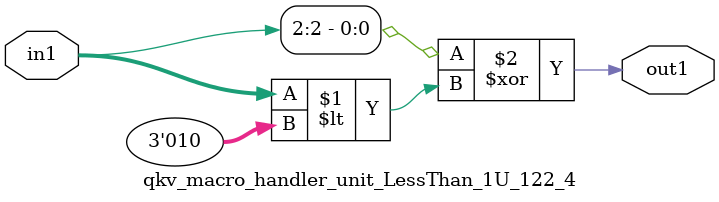
<source format=v>

`timescale 1ps / 1ps


module qkv_macro_handler_unit_LessThan_1U_122_4( in1, out1 );

    input [2:0] in1;
    output out1;

    
    // rtl_process:qkv_macro_handler_unit_LessThan_1U_122_4/qkv_macro_handler_unit_LessThan_1U_122_4_thread_1
    assign out1 = (in1[2] ^ in1 < 3'd2);

endmodule


</source>
